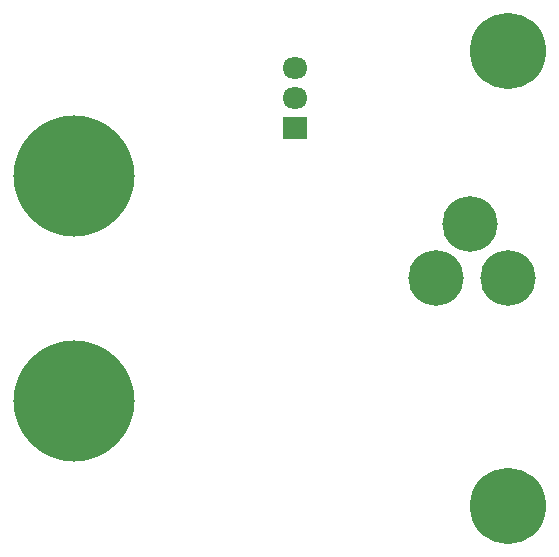
<source format=gbs>
G04 #@! TF.GenerationSoftware,KiCad,Pcbnew,(5.1.5)-3*
G04 #@! TF.CreationDate,2021-01-09T15:57:39-05:00*
G04 #@! TF.ProjectId,CLK-GEN,434c4b2d-4745-44e2-9e6b-696361645f70,X1*
G04 #@! TF.SameCoordinates,Original*
G04 #@! TF.FileFunction,Soldermask,Bot*
G04 #@! TF.FilePolarity,Negative*
%FSLAX46Y46*%
G04 Gerber Fmt 4.6, Leading zero omitted, Abs format (unit mm)*
G04 Created by KiCad (PCBNEW (5.1.5)-3) date 2021-01-09 15:57:39*
%MOMM*%
%LPD*%
G04 APERTURE LIST*
%ADD10C,4.701600*%
%ADD11C,10.261600*%
%ADD12R,2.133600X1.828800*%
%ADD13O,2.133600X1.828800*%
%ADD14C,6.451600*%
G04 APERTURE END LIST*
D10*
X45000000Y-23250000D03*
X38900000Y-23250000D03*
X41800000Y-18650000D03*
D11*
X8255000Y-14605000D03*
X8255000Y-33655000D03*
D12*
X27000000Y-10500000D03*
D13*
X27000000Y-7960000D03*
X27000000Y-5420000D03*
D14*
X45000000Y-4000000D03*
X45000000Y-42500000D03*
M02*

</source>
